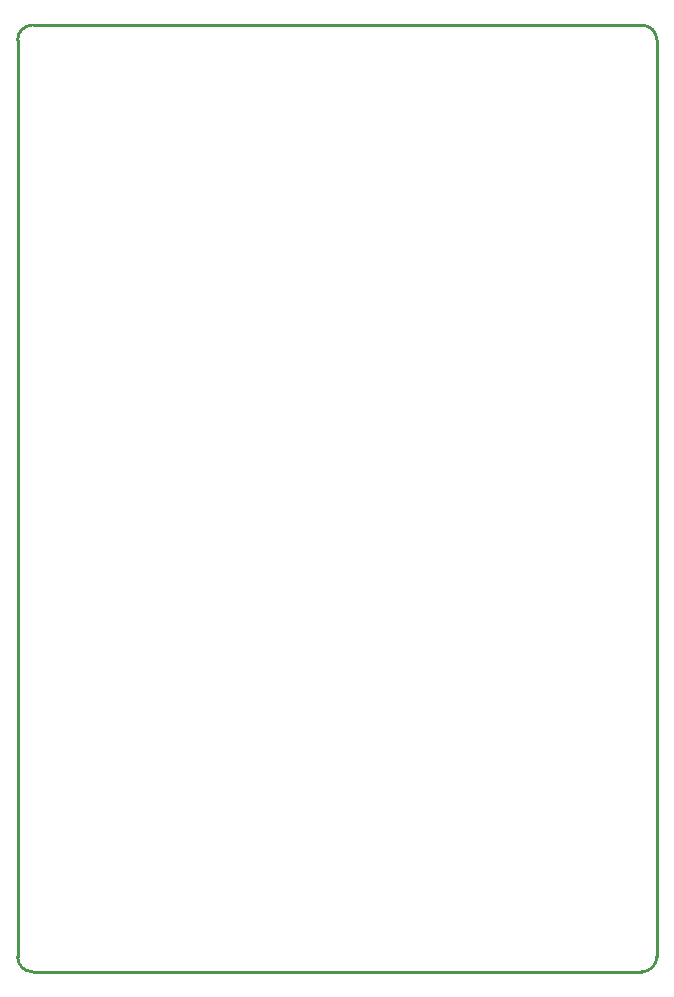
<source format=gm1>
G04*
G04 #@! TF.GenerationSoftware,Altium Limited,Altium Designer,18.1.6 (161)*
G04*
G04 Layer_Color=16711935*
%FSLAX25Y25*%
%MOIN*%
G70*
G01*
G75*
%ADD11C,0.01000*%
D11*
X5000Y315453D02*
G03*
X0Y310453I0J-5000D01*
G01*
Y4902D02*
G03*
X5000Y-98I5000J0D01*
G01*
X208091D02*
G03*
X213091Y4902I0J5000D01*
G01*
Y310453D02*
G03*
X208091Y315453I-5000J0D01*
G01*
X5000D02*
X113779D01*
X0Y4902D02*
Y310453D01*
X5000Y-98D02*
X208091D01*
X213091Y4902D02*
Y310453D01*
X113779Y315453D02*
X208091D01*
M02*

</source>
